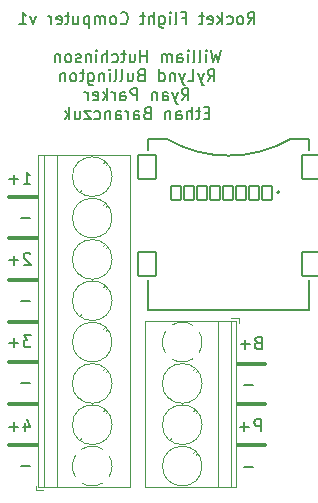
<source format=gbo>
G04 #@! TF.GenerationSoftware,KiCad,Pcbnew,7.0.8*
G04 #@! TF.CreationDate,2023-11-27T14:39:53-06:00*
G04 #@! TF.ProjectId,Flight_Board,466c6967-6874-45f4-926f-6172642e6b69,rev?*
G04 #@! TF.SameCoordinates,Original*
G04 #@! TF.FileFunction,Legend,Bot*
G04 #@! TF.FilePolarity,Positive*
%FSLAX46Y46*%
G04 Gerber Fmt 4.6, Leading zero omitted, Abs format (unit mm)*
G04 Created by KiCad (PCBNEW 7.0.8) date 2023-11-27 14:39:53*
%MOMM*%
%LPD*%
G01*
G04 APERTURE LIST*
G04 Aperture macros list*
%AMRoundRect*
0 Rectangle with rounded corners*
0 $1 Rounding radius*
0 $2 $3 $4 $5 $6 $7 $8 $9 X,Y pos of 4 corners*
0 Add a 4 corners polygon primitive as box body*
4,1,4,$2,$3,$4,$5,$6,$7,$8,$9,$2,$3,0*
0 Add four circle primitives for the rounded corners*
1,1,$1+$1,$2,$3*
1,1,$1+$1,$4,$5*
1,1,$1+$1,$6,$7*
1,1,$1+$1,$8,$9*
0 Add four rect primitives between the rounded corners*
20,1,$1+$1,$2,$3,$4,$5,0*
20,1,$1+$1,$4,$5,$6,$7,0*
20,1,$1+$1,$6,$7,$8,$9,0*
20,1,$1+$1,$8,$9,$2,$3,0*%
G04 Aperture macros list end*
%ADD10C,0.300000*%
%ADD11C,0.150000*%
%ADD12C,0.120000*%
%ADD13C,0.200000*%
%ADD14C,3.200000*%
%ADD15R,1.700000X1.700000*%
%ADD16O,1.700000X1.700000*%
%ADD17C,1.200000*%
%ADD18R,2.400000X2.400000*%
%ADD19C,2.400000*%
%ADD20RoundRect,0.102000X-0.400000X-0.600000X0.400000X-0.600000X0.400000X0.600000X-0.400000X0.600000X0*%
%ADD21RoundRect,0.102000X-0.750000X-1.000000X0.750000X-1.000000X0.750000X1.000000X-0.750000X1.000000X0*%
G04 APERTURE END LIST*
D10*
X143922750Y-124206000D02*
X141573250Y-124206000D01*
X143922750Y-131318000D02*
X141573250Y-131318000D01*
X143922750Y-127762000D02*
X141573250Y-127762000D01*
X143922750Y-134747000D02*
X141573250Y-134747000D01*
X163258500Y-134874000D02*
X160909000Y-134874000D01*
X143922750Y-120777000D02*
X141573250Y-120777000D01*
X143922750Y-141732000D02*
X141573250Y-141732000D01*
X163258500Y-141732000D02*
X160909000Y-141732000D01*
X163258500Y-138290000D02*
X160909000Y-138290000D01*
X143922750Y-138303000D02*
X141573250Y-138303000D01*
D11*
X142871649Y-139919152D02*
X142871649Y-140585819D01*
X143109744Y-139538200D02*
X143347839Y-140252485D01*
X143347839Y-140252485D02*
X142728792Y-140252485D01*
X142347839Y-140204866D02*
X141585935Y-140204866D01*
X141966887Y-140585819D02*
X141966887Y-139823914D01*
X161757144Y-106119819D02*
X162090477Y-105643628D01*
X162328572Y-106119819D02*
X162328572Y-105119819D01*
X162328572Y-105119819D02*
X161947620Y-105119819D01*
X161947620Y-105119819D02*
X161852382Y-105167438D01*
X161852382Y-105167438D02*
X161804763Y-105215057D01*
X161804763Y-105215057D02*
X161757144Y-105310295D01*
X161757144Y-105310295D02*
X161757144Y-105453152D01*
X161757144Y-105453152D02*
X161804763Y-105548390D01*
X161804763Y-105548390D02*
X161852382Y-105596009D01*
X161852382Y-105596009D02*
X161947620Y-105643628D01*
X161947620Y-105643628D02*
X162328572Y-105643628D01*
X161185715Y-106119819D02*
X161280953Y-106072200D01*
X161280953Y-106072200D02*
X161328572Y-106024580D01*
X161328572Y-106024580D02*
X161376191Y-105929342D01*
X161376191Y-105929342D02*
X161376191Y-105643628D01*
X161376191Y-105643628D02*
X161328572Y-105548390D01*
X161328572Y-105548390D02*
X161280953Y-105500771D01*
X161280953Y-105500771D02*
X161185715Y-105453152D01*
X161185715Y-105453152D02*
X161042858Y-105453152D01*
X161042858Y-105453152D02*
X160947620Y-105500771D01*
X160947620Y-105500771D02*
X160900001Y-105548390D01*
X160900001Y-105548390D02*
X160852382Y-105643628D01*
X160852382Y-105643628D02*
X160852382Y-105929342D01*
X160852382Y-105929342D02*
X160900001Y-106024580D01*
X160900001Y-106024580D02*
X160947620Y-106072200D01*
X160947620Y-106072200D02*
X161042858Y-106119819D01*
X161042858Y-106119819D02*
X161185715Y-106119819D01*
X159995239Y-106072200D02*
X160090477Y-106119819D01*
X160090477Y-106119819D02*
X160280953Y-106119819D01*
X160280953Y-106119819D02*
X160376191Y-106072200D01*
X160376191Y-106072200D02*
X160423810Y-106024580D01*
X160423810Y-106024580D02*
X160471429Y-105929342D01*
X160471429Y-105929342D02*
X160471429Y-105643628D01*
X160471429Y-105643628D02*
X160423810Y-105548390D01*
X160423810Y-105548390D02*
X160376191Y-105500771D01*
X160376191Y-105500771D02*
X160280953Y-105453152D01*
X160280953Y-105453152D02*
X160090477Y-105453152D01*
X160090477Y-105453152D02*
X159995239Y-105500771D01*
X159566667Y-106119819D02*
X159566667Y-105119819D01*
X159471429Y-105738866D02*
X159185715Y-106119819D01*
X159185715Y-105453152D02*
X159566667Y-105834104D01*
X158376191Y-106072200D02*
X158471429Y-106119819D01*
X158471429Y-106119819D02*
X158661905Y-106119819D01*
X158661905Y-106119819D02*
X158757143Y-106072200D01*
X158757143Y-106072200D02*
X158804762Y-105976961D01*
X158804762Y-105976961D02*
X158804762Y-105596009D01*
X158804762Y-105596009D02*
X158757143Y-105500771D01*
X158757143Y-105500771D02*
X158661905Y-105453152D01*
X158661905Y-105453152D02*
X158471429Y-105453152D01*
X158471429Y-105453152D02*
X158376191Y-105500771D01*
X158376191Y-105500771D02*
X158328572Y-105596009D01*
X158328572Y-105596009D02*
X158328572Y-105691247D01*
X158328572Y-105691247D02*
X158804762Y-105786485D01*
X158042857Y-105453152D02*
X157661905Y-105453152D01*
X157900000Y-105119819D02*
X157900000Y-105976961D01*
X157900000Y-105976961D02*
X157852381Y-106072200D01*
X157852381Y-106072200D02*
X157757143Y-106119819D01*
X157757143Y-106119819D02*
X157661905Y-106119819D01*
X156233333Y-105596009D02*
X156566666Y-105596009D01*
X156566666Y-106119819D02*
X156566666Y-105119819D01*
X156566666Y-105119819D02*
X156090476Y-105119819D01*
X155566666Y-106119819D02*
X155661904Y-106072200D01*
X155661904Y-106072200D02*
X155709523Y-105976961D01*
X155709523Y-105976961D02*
X155709523Y-105119819D01*
X155185713Y-106119819D02*
X155185713Y-105453152D01*
X155185713Y-105119819D02*
X155233332Y-105167438D01*
X155233332Y-105167438D02*
X155185713Y-105215057D01*
X155185713Y-105215057D02*
X155138094Y-105167438D01*
X155138094Y-105167438D02*
X155185713Y-105119819D01*
X155185713Y-105119819D02*
X155185713Y-105215057D01*
X154280952Y-105453152D02*
X154280952Y-106262676D01*
X154280952Y-106262676D02*
X154328571Y-106357914D01*
X154328571Y-106357914D02*
X154376190Y-106405533D01*
X154376190Y-106405533D02*
X154471428Y-106453152D01*
X154471428Y-106453152D02*
X154614285Y-106453152D01*
X154614285Y-106453152D02*
X154709523Y-106405533D01*
X154280952Y-106072200D02*
X154376190Y-106119819D01*
X154376190Y-106119819D02*
X154566666Y-106119819D01*
X154566666Y-106119819D02*
X154661904Y-106072200D01*
X154661904Y-106072200D02*
X154709523Y-106024580D01*
X154709523Y-106024580D02*
X154757142Y-105929342D01*
X154757142Y-105929342D02*
X154757142Y-105643628D01*
X154757142Y-105643628D02*
X154709523Y-105548390D01*
X154709523Y-105548390D02*
X154661904Y-105500771D01*
X154661904Y-105500771D02*
X154566666Y-105453152D01*
X154566666Y-105453152D02*
X154376190Y-105453152D01*
X154376190Y-105453152D02*
X154280952Y-105500771D01*
X153804761Y-106119819D02*
X153804761Y-105119819D01*
X153376190Y-106119819D02*
X153376190Y-105596009D01*
X153376190Y-105596009D02*
X153423809Y-105500771D01*
X153423809Y-105500771D02*
X153519047Y-105453152D01*
X153519047Y-105453152D02*
X153661904Y-105453152D01*
X153661904Y-105453152D02*
X153757142Y-105500771D01*
X153757142Y-105500771D02*
X153804761Y-105548390D01*
X153042856Y-105453152D02*
X152661904Y-105453152D01*
X152899999Y-105119819D02*
X152899999Y-105976961D01*
X152899999Y-105976961D02*
X152852380Y-106072200D01*
X152852380Y-106072200D02*
X152757142Y-106119819D01*
X152757142Y-106119819D02*
X152661904Y-106119819D01*
X150995237Y-106024580D02*
X151042856Y-106072200D01*
X151042856Y-106072200D02*
X151185713Y-106119819D01*
X151185713Y-106119819D02*
X151280951Y-106119819D01*
X151280951Y-106119819D02*
X151423808Y-106072200D01*
X151423808Y-106072200D02*
X151519046Y-105976961D01*
X151519046Y-105976961D02*
X151566665Y-105881723D01*
X151566665Y-105881723D02*
X151614284Y-105691247D01*
X151614284Y-105691247D02*
X151614284Y-105548390D01*
X151614284Y-105548390D02*
X151566665Y-105357914D01*
X151566665Y-105357914D02*
X151519046Y-105262676D01*
X151519046Y-105262676D02*
X151423808Y-105167438D01*
X151423808Y-105167438D02*
X151280951Y-105119819D01*
X151280951Y-105119819D02*
X151185713Y-105119819D01*
X151185713Y-105119819D02*
X151042856Y-105167438D01*
X151042856Y-105167438D02*
X150995237Y-105215057D01*
X150423808Y-106119819D02*
X150519046Y-106072200D01*
X150519046Y-106072200D02*
X150566665Y-106024580D01*
X150566665Y-106024580D02*
X150614284Y-105929342D01*
X150614284Y-105929342D02*
X150614284Y-105643628D01*
X150614284Y-105643628D02*
X150566665Y-105548390D01*
X150566665Y-105548390D02*
X150519046Y-105500771D01*
X150519046Y-105500771D02*
X150423808Y-105453152D01*
X150423808Y-105453152D02*
X150280951Y-105453152D01*
X150280951Y-105453152D02*
X150185713Y-105500771D01*
X150185713Y-105500771D02*
X150138094Y-105548390D01*
X150138094Y-105548390D02*
X150090475Y-105643628D01*
X150090475Y-105643628D02*
X150090475Y-105929342D01*
X150090475Y-105929342D02*
X150138094Y-106024580D01*
X150138094Y-106024580D02*
X150185713Y-106072200D01*
X150185713Y-106072200D02*
X150280951Y-106119819D01*
X150280951Y-106119819D02*
X150423808Y-106119819D01*
X149661903Y-106119819D02*
X149661903Y-105453152D01*
X149661903Y-105548390D02*
X149614284Y-105500771D01*
X149614284Y-105500771D02*
X149519046Y-105453152D01*
X149519046Y-105453152D02*
X149376189Y-105453152D01*
X149376189Y-105453152D02*
X149280951Y-105500771D01*
X149280951Y-105500771D02*
X149233332Y-105596009D01*
X149233332Y-105596009D02*
X149233332Y-106119819D01*
X149233332Y-105596009D02*
X149185713Y-105500771D01*
X149185713Y-105500771D02*
X149090475Y-105453152D01*
X149090475Y-105453152D02*
X148947618Y-105453152D01*
X148947618Y-105453152D02*
X148852379Y-105500771D01*
X148852379Y-105500771D02*
X148804760Y-105596009D01*
X148804760Y-105596009D02*
X148804760Y-106119819D01*
X148328570Y-105453152D02*
X148328570Y-106453152D01*
X148328570Y-105500771D02*
X148233332Y-105453152D01*
X148233332Y-105453152D02*
X148042856Y-105453152D01*
X148042856Y-105453152D02*
X147947618Y-105500771D01*
X147947618Y-105500771D02*
X147899999Y-105548390D01*
X147899999Y-105548390D02*
X147852380Y-105643628D01*
X147852380Y-105643628D02*
X147852380Y-105929342D01*
X147852380Y-105929342D02*
X147899999Y-106024580D01*
X147899999Y-106024580D02*
X147947618Y-106072200D01*
X147947618Y-106072200D02*
X148042856Y-106119819D01*
X148042856Y-106119819D02*
X148233332Y-106119819D01*
X148233332Y-106119819D02*
X148328570Y-106072200D01*
X146995237Y-105453152D02*
X146995237Y-106119819D01*
X147423808Y-105453152D02*
X147423808Y-105976961D01*
X147423808Y-105976961D02*
X147376189Y-106072200D01*
X147376189Y-106072200D02*
X147280951Y-106119819D01*
X147280951Y-106119819D02*
X147138094Y-106119819D01*
X147138094Y-106119819D02*
X147042856Y-106072200D01*
X147042856Y-106072200D02*
X146995237Y-106024580D01*
X146661903Y-105453152D02*
X146280951Y-105453152D01*
X146519046Y-105119819D02*
X146519046Y-105976961D01*
X146519046Y-105976961D02*
X146471427Y-106072200D01*
X146471427Y-106072200D02*
X146376189Y-106119819D01*
X146376189Y-106119819D02*
X146280951Y-106119819D01*
X145566665Y-106072200D02*
X145661903Y-106119819D01*
X145661903Y-106119819D02*
X145852379Y-106119819D01*
X145852379Y-106119819D02*
X145947617Y-106072200D01*
X145947617Y-106072200D02*
X145995236Y-105976961D01*
X145995236Y-105976961D02*
X145995236Y-105596009D01*
X145995236Y-105596009D02*
X145947617Y-105500771D01*
X145947617Y-105500771D02*
X145852379Y-105453152D01*
X145852379Y-105453152D02*
X145661903Y-105453152D01*
X145661903Y-105453152D02*
X145566665Y-105500771D01*
X145566665Y-105500771D02*
X145519046Y-105596009D01*
X145519046Y-105596009D02*
X145519046Y-105691247D01*
X145519046Y-105691247D02*
X145995236Y-105786485D01*
X145090474Y-106119819D02*
X145090474Y-105453152D01*
X145090474Y-105643628D02*
X145042855Y-105548390D01*
X145042855Y-105548390D02*
X144995236Y-105500771D01*
X144995236Y-105500771D02*
X144899998Y-105453152D01*
X144899998Y-105453152D02*
X144804760Y-105453152D01*
X143804759Y-105453152D02*
X143566664Y-106119819D01*
X143566664Y-106119819D02*
X143328569Y-105453152D01*
X142423807Y-106119819D02*
X142995235Y-106119819D01*
X142709521Y-106119819D02*
X142709521Y-105119819D01*
X142709521Y-105119819D02*
X142804759Y-105262676D01*
X142804759Y-105262676D02*
X142899997Y-105357914D01*
X142899997Y-105357914D02*
X142995235Y-105405533D01*
X159471428Y-108339819D02*
X159233333Y-109339819D01*
X159233333Y-109339819D02*
X159042857Y-108625533D01*
X159042857Y-108625533D02*
X158852381Y-109339819D01*
X158852381Y-109339819D02*
X158614286Y-108339819D01*
X158233333Y-109339819D02*
X158233333Y-108673152D01*
X158233333Y-108339819D02*
X158280952Y-108387438D01*
X158280952Y-108387438D02*
X158233333Y-108435057D01*
X158233333Y-108435057D02*
X158185714Y-108387438D01*
X158185714Y-108387438D02*
X158233333Y-108339819D01*
X158233333Y-108339819D02*
X158233333Y-108435057D01*
X157614286Y-109339819D02*
X157709524Y-109292200D01*
X157709524Y-109292200D02*
X157757143Y-109196961D01*
X157757143Y-109196961D02*
X157757143Y-108339819D01*
X157090476Y-109339819D02*
X157185714Y-109292200D01*
X157185714Y-109292200D02*
X157233333Y-109196961D01*
X157233333Y-109196961D02*
X157233333Y-108339819D01*
X156709523Y-109339819D02*
X156709523Y-108673152D01*
X156709523Y-108339819D02*
X156757142Y-108387438D01*
X156757142Y-108387438D02*
X156709523Y-108435057D01*
X156709523Y-108435057D02*
X156661904Y-108387438D01*
X156661904Y-108387438D02*
X156709523Y-108339819D01*
X156709523Y-108339819D02*
X156709523Y-108435057D01*
X155804762Y-109339819D02*
X155804762Y-108816009D01*
X155804762Y-108816009D02*
X155852381Y-108720771D01*
X155852381Y-108720771D02*
X155947619Y-108673152D01*
X155947619Y-108673152D02*
X156138095Y-108673152D01*
X156138095Y-108673152D02*
X156233333Y-108720771D01*
X155804762Y-109292200D02*
X155900000Y-109339819D01*
X155900000Y-109339819D02*
X156138095Y-109339819D01*
X156138095Y-109339819D02*
X156233333Y-109292200D01*
X156233333Y-109292200D02*
X156280952Y-109196961D01*
X156280952Y-109196961D02*
X156280952Y-109101723D01*
X156280952Y-109101723D02*
X156233333Y-109006485D01*
X156233333Y-109006485D02*
X156138095Y-108958866D01*
X156138095Y-108958866D02*
X155900000Y-108958866D01*
X155900000Y-108958866D02*
X155804762Y-108911247D01*
X155328571Y-109339819D02*
X155328571Y-108673152D01*
X155328571Y-108768390D02*
X155280952Y-108720771D01*
X155280952Y-108720771D02*
X155185714Y-108673152D01*
X155185714Y-108673152D02*
X155042857Y-108673152D01*
X155042857Y-108673152D02*
X154947619Y-108720771D01*
X154947619Y-108720771D02*
X154900000Y-108816009D01*
X154900000Y-108816009D02*
X154900000Y-109339819D01*
X154900000Y-108816009D02*
X154852381Y-108720771D01*
X154852381Y-108720771D02*
X154757143Y-108673152D01*
X154757143Y-108673152D02*
X154614286Y-108673152D01*
X154614286Y-108673152D02*
X154519047Y-108720771D01*
X154519047Y-108720771D02*
X154471428Y-108816009D01*
X154471428Y-108816009D02*
X154471428Y-109339819D01*
X153233333Y-109339819D02*
X153233333Y-108339819D01*
X153233333Y-108816009D02*
X152661905Y-108816009D01*
X152661905Y-109339819D02*
X152661905Y-108339819D01*
X151757143Y-108673152D02*
X151757143Y-109339819D01*
X152185714Y-108673152D02*
X152185714Y-109196961D01*
X152185714Y-109196961D02*
X152138095Y-109292200D01*
X152138095Y-109292200D02*
X152042857Y-109339819D01*
X152042857Y-109339819D02*
X151900000Y-109339819D01*
X151900000Y-109339819D02*
X151804762Y-109292200D01*
X151804762Y-109292200D02*
X151757143Y-109244580D01*
X151423809Y-108673152D02*
X151042857Y-108673152D01*
X151280952Y-108339819D02*
X151280952Y-109196961D01*
X151280952Y-109196961D02*
X151233333Y-109292200D01*
X151233333Y-109292200D02*
X151138095Y-109339819D01*
X151138095Y-109339819D02*
X151042857Y-109339819D01*
X150280952Y-109292200D02*
X150376190Y-109339819D01*
X150376190Y-109339819D02*
X150566666Y-109339819D01*
X150566666Y-109339819D02*
X150661904Y-109292200D01*
X150661904Y-109292200D02*
X150709523Y-109244580D01*
X150709523Y-109244580D02*
X150757142Y-109149342D01*
X150757142Y-109149342D02*
X150757142Y-108863628D01*
X150757142Y-108863628D02*
X150709523Y-108768390D01*
X150709523Y-108768390D02*
X150661904Y-108720771D01*
X150661904Y-108720771D02*
X150566666Y-108673152D01*
X150566666Y-108673152D02*
X150376190Y-108673152D01*
X150376190Y-108673152D02*
X150280952Y-108720771D01*
X149852380Y-109339819D02*
X149852380Y-108339819D01*
X149423809Y-109339819D02*
X149423809Y-108816009D01*
X149423809Y-108816009D02*
X149471428Y-108720771D01*
X149471428Y-108720771D02*
X149566666Y-108673152D01*
X149566666Y-108673152D02*
X149709523Y-108673152D01*
X149709523Y-108673152D02*
X149804761Y-108720771D01*
X149804761Y-108720771D02*
X149852380Y-108768390D01*
X148947618Y-109339819D02*
X148947618Y-108673152D01*
X148947618Y-108339819D02*
X148995237Y-108387438D01*
X148995237Y-108387438D02*
X148947618Y-108435057D01*
X148947618Y-108435057D02*
X148899999Y-108387438D01*
X148899999Y-108387438D02*
X148947618Y-108339819D01*
X148947618Y-108339819D02*
X148947618Y-108435057D01*
X148471428Y-108673152D02*
X148471428Y-109339819D01*
X148471428Y-108768390D02*
X148423809Y-108720771D01*
X148423809Y-108720771D02*
X148328571Y-108673152D01*
X148328571Y-108673152D02*
X148185714Y-108673152D01*
X148185714Y-108673152D02*
X148090476Y-108720771D01*
X148090476Y-108720771D02*
X148042857Y-108816009D01*
X148042857Y-108816009D02*
X148042857Y-109339819D01*
X147614285Y-109292200D02*
X147519047Y-109339819D01*
X147519047Y-109339819D02*
X147328571Y-109339819D01*
X147328571Y-109339819D02*
X147233333Y-109292200D01*
X147233333Y-109292200D02*
X147185714Y-109196961D01*
X147185714Y-109196961D02*
X147185714Y-109149342D01*
X147185714Y-109149342D02*
X147233333Y-109054104D01*
X147233333Y-109054104D02*
X147328571Y-109006485D01*
X147328571Y-109006485D02*
X147471428Y-109006485D01*
X147471428Y-109006485D02*
X147566666Y-108958866D01*
X147566666Y-108958866D02*
X147614285Y-108863628D01*
X147614285Y-108863628D02*
X147614285Y-108816009D01*
X147614285Y-108816009D02*
X147566666Y-108720771D01*
X147566666Y-108720771D02*
X147471428Y-108673152D01*
X147471428Y-108673152D02*
X147328571Y-108673152D01*
X147328571Y-108673152D02*
X147233333Y-108720771D01*
X146614285Y-109339819D02*
X146709523Y-109292200D01*
X146709523Y-109292200D02*
X146757142Y-109244580D01*
X146757142Y-109244580D02*
X146804761Y-109149342D01*
X146804761Y-109149342D02*
X146804761Y-108863628D01*
X146804761Y-108863628D02*
X146757142Y-108768390D01*
X146757142Y-108768390D02*
X146709523Y-108720771D01*
X146709523Y-108720771D02*
X146614285Y-108673152D01*
X146614285Y-108673152D02*
X146471428Y-108673152D01*
X146471428Y-108673152D02*
X146376190Y-108720771D01*
X146376190Y-108720771D02*
X146328571Y-108768390D01*
X146328571Y-108768390D02*
X146280952Y-108863628D01*
X146280952Y-108863628D02*
X146280952Y-109149342D01*
X146280952Y-109149342D02*
X146328571Y-109244580D01*
X146328571Y-109244580D02*
X146376190Y-109292200D01*
X146376190Y-109292200D02*
X146471428Y-109339819D01*
X146471428Y-109339819D02*
X146614285Y-109339819D01*
X145852380Y-108673152D02*
X145852380Y-109339819D01*
X145852380Y-108768390D02*
X145804761Y-108720771D01*
X145804761Y-108720771D02*
X145709523Y-108673152D01*
X145709523Y-108673152D02*
X145566666Y-108673152D01*
X145566666Y-108673152D02*
X145471428Y-108720771D01*
X145471428Y-108720771D02*
X145423809Y-108816009D01*
X145423809Y-108816009D02*
X145423809Y-109339819D01*
X158352382Y-110949819D02*
X158685715Y-110473628D01*
X158923810Y-110949819D02*
X158923810Y-109949819D01*
X158923810Y-109949819D02*
X158542858Y-109949819D01*
X158542858Y-109949819D02*
X158447620Y-109997438D01*
X158447620Y-109997438D02*
X158400001Y-110045057D01*
X158400001Y-110045057D02*
X158352382Y-110140295D01*
X158352382Y-110140295D02*
X158352382Y-110283152D01*
X158352382Y-110283152D02*
X158400001Y-110378390D01*
X158400001Y-110378390D02*
X158447620Y-110426009D01*
X158447620Y-110426009D02*
X158542858Y-110473628D01*
X158542858Y-110473628D02*
X158923810Y-110473628D01*
X158019048Y-110283152D02*
X157780953Y-110949819D01*
X157542858Y-110283152D02*
X157780953Y-110949819D01*
X157780953Y-110949819D02*
X157876191Y-111187914D01*
X157876191Y-111187914D02*
X157923810Y-111235533D01*
X157923810Y-111235533D02*
X158019048Y-111283152D01*
X156685715Y-110949819D02*
X157161905Y-110949819D01*
X157161905Y-110949819D02*
X157161905Y-109949819D01*
X156447619Y-110283152D02*
X156209524Y-110949819D01*
X155971429Y-110283152D02*
X156209524Y-110949819D01*
X156209524Y-110949819D02*
X156304762Y-111187914D01*
X156304762Y-111187914D02*
X156352381Y-111235533D01*
X156352381Y-111235533D02*
X156447619Y-111283152D01*
X155590476Y-110283152D02*
X155590476Y-110949819D01*
X155590476Y-110378390D02*
X155542857Y-110330771D01*
X155542857Y-110330771D02*
X155447619Y-110283152D01*
X155447619Y-110283152D02*
X155304762Y-110283152D01*
X155304762Y-110283152D02*
X155209524Y-110330771D01*
X155209524Y-110330771D02*
X155161905Y-110426009D01*
X155161905Y-110426009D02*
X155161905Y-110949819D01*
X154257143Y-110949819D02*
X154257143Y-109949819D01*
X154257143Y-110902200D02*
X154352381Y-110949819D01*
X154352381Y-110949819D02*
X154542857Y-110949819D01*
X154542857Y-110949819D02*
X154638095Y-110902200D01*
X154638095Y-110902200D02*
X154685714Y-110854580D01*
X154685714Y-110854580D02*
X154733333Y-110759342D01*
X154733333Y-110759342D02*
X154733333Y-110473628D01*
X154733333Y-110473628D02*
X154685714Y-110378390D01*
X154685714Y-110378390D02*
X154638095Y-110330771D01*
X154638095Y-110330771D02*
X154542857Y-110283152D01*
X154542857Y-110283152D02*
X154352381Y-110283152D01*
X154352381Y-110283152D02*
X154257143Y-110330771D01*
X152685714Y-110426009D02*
X152542857Y-110473628D01*
X152542857Y-110473628D02*
X152495238Y-110521247D01*
X152495238Y-110521247D02*
X152447619Y-110616485D01*
X152447619Y-110616485D02*
X152447619Y-110759342D01*
X152447619Y-110759342D02*
X152495238Y-110854580D01*
X152495238Y-110854580D02*
X152542857Y-110902200D01*
X152542857Y-110902200D02*
X152638095Y-110949819D01*
X152638095Y-110949819D02*
X153019047Y-110949819D01*
X153019047Y-110949819D02*
X153019047Y-109949819D01*
X153019047Y-109949819D02*
X152685714Y-109949819D01*
X152685714Y-109949819D02*
X152590476Y-109997438D01*
X152590476Y-109997438D02*
X152542857Y-110045057D01*
X152542857Y-110045057D02*
X152495238Y-110140295D01*
X152495238Y-110140295D02*
X152495238Y-110235533D01*
X152495238Y-110235533D02*
X152542857Y-110330771D01*
X152542857Y-110330771D02*
X152590476Y-110378390D01*
X152590476Y-110378390D02*
X152685714Y-110426009D01*
X152685714Y-110426009D02*
X153019047Y-110426009D01*
X151590476Y-110283152D02*
X151590476Y-110949819D01*
X152019047Y-110283152D02*
X152019047Y-110806961D01*
X152019047Y-110806961D02*
X151971428Y-110902200D01*
X151971428Y-110902200D02*
X151876190Y-110949819D01*
X151876190Y-110949819D02*
X151733333Y-110949819D01*
X151733333Y-110949819D02*
X151638095Y-110902200D01*
X151638095Y-110902200D02*
X151590476Y-110854580D01*
X150971428Y-110949819D02*
X151066666Y-110902200D01*
X151066666Y-110902200D02*
X151114285Y-110806961D01*
X151114285Y-110806961D02*
X151114285Y-109949819D01*
X150447618Y-110949819D02*
X150542856Y-110902200D01*
X150542856Y-110902200D02*
X150590475Y-110806961D01*
X150590475Y-110806961D02*
X150590475Y-109949819D01*
X150066665Y-110949819D02*
X150066665Y-110283152D01*
X150066665Y-109949819D02*
X150114284Y-109997438D01*
X150114284Y-109997438D02*
X150066665Y-110045057D01*
X150066665Y-110045057D02*
X150019046Y-109997438D01*
X150019046Y-109997438D02*
X150066665Y-109949819D01*
X150066665Y-109949819D02*
X150066665Y-110045057D01*
X149590475Y-110283152D02*
X149590475Y-110949819D01*
X149590475Y-110378390D02*
X149542856Y-110330771D01*
X149542856Y-110330771D02*
X149447618Y-110283152D01*
X149447618Y-110283152D02*
X149304761Y-110283152D01*
X149304761Y-110283152D02*
X149209523Y-110330771D01*
X149209523Y-110330771D02*
X149161904Y-110426009D01*
X149161904Y-110426009D02*
X149161904Y-110949819D01*
X148257142Y-110283152D02*
X148257142Y-111092676D01*
X148257142Y-111092676D02*
X148304761Y-111187914D01*
X148304761Y-111187914D02*
X148352380Y-111235533D01*
X148352380Y-111235533D02*
X148447618Y-111283152D01*
X148447618Y-111283152D02*
X148590475Y-111283152D01*
X148590475Y-111283152D02*
X148685713Y-111235533D01*
X148257142Y-110902200D02*
X148352380Y-110949819D01*
X148352380Y-110949819D02*
X148542856Y-110949819D01*
X148542856Y-110949819D02*
X148638094Y-110902200D01*
X148638094Y-110902200D02*
X148685713Y-110854580D01*
X148685713Y-110854580D02*
X148733332Y-110759342D01*
X148733332Y-110759342D02*
X148733332Y-110473628D01*
X148733332Y-110473628D02*
X148685713Y-110378390D01*
X148685713Y-110378390D02*
X148638094Y-110330771D01*
X148638094Y-110330771D02*
X148542856Y-110283152D01*
X148542856Y-110283152D02*
X148352380Y-110283152D01*
X148352380Y-110283152D02*
X148257142Y-110330771D01*
X147923808Y-110283152D02*
X147542856Y-110283152D01*
X147780951Y-109949819D02*
X147780951Y-110806961D01*
X147780951Y-110806961D02*
X147733332Y-110902200D01*
X147733332Y-110902200D02*
X147638094Y-110949819D01*
X147638094Y-110949819D02*
X147542856Y-110949819D01*
X147066665Y-110949819D02*
X147161903Y-110902200D01*
X147161903Y-110902200D02*
X147209522Y-110854580D01*
X147209522Y-110854580D02*
X147257141Y-110759342D01*
X147257141Y-110759342D02*
X147257141Y-110473628D01*
X147257141Y-110473628D02*
X147209522Y-110378390D01*
X147209522Y-110378390D02*
X147161903Y-110330771D01*
X147161903Y-110330771D02*
X147066665Y-110283152D01*
X147066665Y-110283152D02*
X146923808Y-110283152D01*
X146923808Y-110283152D02*
X146828570Y-110330771D01*
X146828570Y-110330771D02*
X146780951Y-110378390D01*
X146780951Y-110378390D02*
X146733332Y-110473628D01*
X146733332Y-110473628D02*
X146733332Y-110759342D01*
X146733332Y-110759342D02*
X146780951Y-110854580D01*
X146780951Y-110854580D02*
X146828570Y-110902200D01*
X146828570Y-110902200D02*
X146923808Y-110949819D01*
X146923808Y-110949819D02*
X147066665Y-110949819D01*
X146304760Y-110283152D02*
X146304760Y-110949819D01*
X146304760Y-110378390D02*
X146257141Y-110330771D01*
X146257141Y-110330771D02*
X146161903Y-110283152D01*
X146161903Y-110283152D02*
X146019046Y-110283152D01*
X146019046Y-110283152D02*
X145923808Y-110330771D01*
X145923808Y-110330771D02*
X145876189Y-110426009D01*
X145876189Y-110426009D02*
X145876189Y-110949819D01*
X156161905Y-112559819D02*
X156495238Y-112083628D01*
X156733333Y-112559819D02*
X156733333Y-111559819D01*
X156733333Y-111559819D02*
X156352381Y-111559819D01*
X156352381Y-111559819D02*
X156257143Y-111607438D01*
X156257143Y-111607438D02*
X156209524Y-111655057D01*
X156209524Y-111655057D02*
X156161905Y-111750295D01*
X156161905Y-111750295D02*
X156161905Y-111893152D01*
X156161905Y-111893152D02*
X156209524Y-111988390D01*
X156209524Y-111988390D02*
X156257143Y-112036009D01*
X156257143Y-112036009D02*
X156352381Y-112083628D01*
X156352381Y-112083628D02*
X156733333Y-112083628D01*
X155828571Y-111893152D02*
X155590476Y-112559819D01*
X155352381Y-111893152D02*
X155590476Y-112559819D01*
X155590476Y-112559819D02*
X155685714Y-112797914D01*
X155685714Y-112797914D02*
X155733333Y-112845533D01*
X155733333Y-112845533D02*
X155828571Y-112893152D01*
X154542857Y-112559819D02*
X154542857Y-112036009D01*
X154542857Y-112036009D02*
X154590476Y-111940771D01*
X154590476Y-111940771D02*
X154685714Y-111893152D01*
X154685714Y-111893152D02*
X154876190Y-111893152D01*
X154876190Y-111893152D02*
X154971428Y-111940771D01*
X154542857Y-112512200D02*
X154638095Y-112559819D01*
X154638095Y-112559819D02*
X154876190Y-112559819D01*
X154876190Y-112559819D02*
X154971428Y-112512200D01*
X154971428Y-112512200D02*
X155019047Y-112416961D01*
X155019047Y-112416961D02*
X155019047Y-112321723D01*
X155019047Y-112321723D02*
X154971428Y-112226485D01*
X154971428Y-112226485D02*
X154876190Y-112178866D01*
X154876190Y-112178866D02*
X154638095Y-112178866D01*
X154638095Y-112178866D02*
X154542857Y-112131247D01*
X154066666Y-111893152D02*
X154066666Y-112559819D01*
X154066666Y-111988390D02*
X154019047Y-111940771D01*
X154019047Y-111940771D02*
X153923809Y-111893152D01*
X153923809Y-111893152D02*
X153780952Y-111893152D01*
X153780952Y-111893152D02*
X153685714Y-111940771D01*
X153685714Y-111940771D02*
X153638095Y-112036009D01*
X153638095Y-112036009D02*
X153638095Y-112559819D01*
X152399999Y-112559819D02*
X152399999Y-111559819D01*
X152399999Y-111559819D02*
X152019047Y-111559819D01*
X152019047Y-111559819D02*
X151923809Y-111607438D01*
X151923809Y-111607438D02*
X151876190Y-111655057D01*
X151876190Y-111655057D02*
X151828571Y-111750295D01*
X151828571Y-111750295D02*
X151828571Y-111893152D01*
X151828571Y-111893152D02*
X151876190Y-111988390D01*
X151876190Y-111988390D02*
X151923809Y-112036009D01*
X151923809Y-112036009D02*
X152019047Y-112083628D01*
X152019047Y-112083628D02*
X152399999Y-112083628D01*
X150971428Y-112559819D02*
X150971428Y-112036009D01*
X150971428Y-112036009D02*
X151019047Y-111940771D01*
X151019047Y-111940771D02*
X151114285Y-111893152D01*
X151114285Y-111893152D02*
X151304761Y-111893152D01*
X151304761Y-111893152D02*
X151399999Y-111940771D01*
X150971428Y-112512200D02*
X151066666Y-112559819D01*
X151066666Y-112559819D02*
X151304761Y-112559819D01*
X151304761Y-112559819D02*
X151399999Y-112512200D01*
X151399999Y-112512200D02*
X151447618Y-112416961D01*
X151447618Y-112416961D02*
X151447618Y-112321723D01*
X151447618Y-112321723D02*
X151399999Y-112226485D01*
X151399999Y-112226485D02*
X151304761Y-112178866D01*
X151304761Y-112178866D02*
X151066666Y-112178866D01*
X151066666Y-112178866D02*
X150971428Y-112131247D01*
X150495237Y-112559819D02*
X150495237Y-111893152D01*
X150495237Y-112083628D02*
X150447618Y-111988390D01*
X150447618Y-111988390D02*
X150399999Y-111940771D01*
X150399999Y-111940771D02*
X150304761Y-111893152D01*
X150304761Y-111893152D02*
X150209523Y-111893152D01*
X149876189Y-112559819D02*
X149876189Y-111559819D01*
X149780951Y-112178866D02*
X149495237Y-112559819D01*
X149495237Y-111893152D02*
X149876189Y-112274104D01*
X148685713Y-112512200D02*
X148780951Y-112559819D01*
X148780951Y-112559819D02*
X148971427Y-112559819D01*
X148971427Y-112559819D02*
X149066665Y-112512200D01*
X149066665Y-112512200D02*
X149114284Y-112416961D01*
X149114284Y-112416961D02*
X149114284Y-112036009D01*
X149114284Y-112036009D02*
X149066665Y-111940771D01*
X149066665Y-111940771D02*
X148971427Y-111893152D01*
X148971427Y-111893152D02*
X148780951Y-111893152D01*
X148780951Y-111893152D02*
X148685713Y-111940771D01*
X148685713Y-111940771D02*
X148638094Y-112036009D01*
X148638094Y-112036009D02*
X148638094Y-112131247D01*
X148638094Y-112131247D02*
X149114284Y-112226485D01*
X148209522Y-112559819D02*
X148209522Y-111893152D01*
X148209522Y-112083628D02*
X148161903Y-111988390D01*
X148161903Y-111988390D02*
X148114284Y-111940771D01*
X148114284Y-111940771D02*
X148019046Y-111893152D01*
X148019046Y-111893152D02*
X147923808Y-111893152D01*
X158495238Y-113646009D02*
X158161905Y-113646009D01*
X158019048Y-114169819D02*
X158495238Y-114169819D01*
X158495238Y-114169819D02*
X158495238Y-113169819D01*
X158495238Y-113169819D02*
X158019048Y-113169819D01*
X157733333Y-113503152D02*
X157352381Y-113503152D01*
X157590476Y-113169819D02*
X157590476Y-114026961D01*
X157590476Y-114026961D02*
X157542857Y-114122200D01*
X157542857Y-114122200D02*
X157447619Y-114169819D01*
X157447619Y-114169819D02*
X157352381Y-114169819D01*
X157019047Y-114169819D02*
X157019047Y-113169819D01*
X156590476Y-114169819D02*
X156590476Y-113646009D01*
X156590476Y-113646009D02*
X156638095Y-113550771D01*
X156638095Y-113550771D02*
X156733333Y-113503152D01*
X156733333Y-113503152D02*
X156876190Y-113503152D01*
X156876190Y-113503152D02*
X156971428Y-113550771D01*
X156971428Y-113550771D02*
X157019047Y-113598390D01*
X155685714Y-114169819D02*
X155685714Y-113646009D01*
X155685714Y-113646009D02*
X155733333Y-113550771D01*
X155733333Y-113550771D02*
X155828571Y-113503152D01*
X155828571Y-113503152D02*
X156019047Y-113503152D01*
X156019047Y-113503152D02*
X156114285Y-113550771D01*
X155685714Y-114122200D02*
X155780952Y-114169819D01*
X155780952Y-114169819D02*
X156019047Y-114169819D01*
X156019047Y-114169819D02*
X156114285Y-114122200D01*
X156114285Y-114122200D02*
X156161904Y-114026961D01*
X156161904Y-114026961D02*
X156161904Y-113931723D01*
X156161904Y-113931723D02*
X156114285Y-113836485D01*
X156114285Y-113836485D02*
X156019047Y-113788866D01*
X156019047Y-113788866D02*
X155780952Y-113788866D01*
X155780952Y-113788866D02*
X155685714Y-113741247D01*
X155209523Y-113503152D02*
X155209523Y-114169819D01*
X155209523Y-113598390D02*
X155161904Y-113550771D01*
X155161904Y-113550771D02*
X155066666Y-113503152D01*
X155066666Y-113503152D02*
X154923809Y-113503152D01*
X154923809Y-113503152D02*
X154828571Y-113550771D01*
X154828571Y-113550771D02*
X154780952Y-113646009D01*
X154780952Y-113646009D02*
X154780952Y-114169819D01*
X153209523Y-113646009D02*
X153066666Y-113693628D01*
X153066666Y-113693628D02*
X153019047Y-113741247D01*
X153019047Y-113741247D02*
X152971428Y-113836485D01*
X152971428Y-113836485D02*
X152971428Y-113979342D01*
X152971428Y-113979342D02*
X153019047Y-114074580D01*
X153019047Y-114074580D02*
X153066666Y-114122200D01*
X153066666Y-114122200D02*
X153161904Y-114169819D01*
X153161904Y-114169819D02*
X153542856Y-114169819D01*
X153542856Y-114169819D02*
X153542856Y-113169819D01*
X153542856Y-113169819D02*
X153209523Y-113169819D01*
X153209523Y-113169819D02*
X153114285Y-113217438D01*
X153114285Y-113217438D02*
X153066666Y-113265057D01*
X153066666Y-113265057D02*
X153019047Y-113360295D01*
X153019047Y-113360295D02*
X153019047Y-113455533D01*
X153019047Y-113455533D02*
X153066666Y-113550771D01*
X153066666Y-113550771D02*
X153114285Y-113598390D01*
X153114285Y-113598390D02*
X153209523Y-113646009D01*
X153209523Y-113646009D02*
X153542856Y-113646009D01*
X152114285Y-114169819D02*
X152114285Y-113646009D01*
X152114285Y-113646009D02*
X152161904Y-113550771D01*
X152161904Y-113550771D02*
X152257142Y-113503152D01*
X152257142Y-113503152D02*
X152447618Y-113503152D01*
X152447618Y-113503152D02*
X152542856Y-113550771D01*
X152114285Y-114122200D02*
X152209523Y-114169819D01*
X152209523Y-114169819D02*
X152447618Y-114169819D01*
X152447618Y-114169819D02*
X152542856Y-114122200D01*
X152542856Y-114122200D02*
X152590475Y-114026961D01*
X152590475Y-114026961D02*
X152590475Y-113931723D01*
X152590475Y-113931723D02*
X152542856Y-113836485D01*
X152542856Y-113836485D02*
X152447618Y-113788866D01*
X152447618Y-113788866D02*
X152209523Y-113788866D01*
X152209523Y-113788866D02*
X152114285Y-113741247D01*
X151638094Y-114169819D02*
X151638094Y-113503152D01*
X151638094Y-113693628D02*
X151590475Y-113598390D01*
X151590475Y-113598390D02*
X151542856Y-113550771D01*
X151542856Y-113550771D02*
X151447618Y-113503152D01*
X151447618Y-113503152D02*
X151352380Y-113503152D01*
X150590475Y-114169819D02*
X150590475Y-113646009D01*
X150590475Y-113646009D02*
X150638094Y-113550771D01*
X150638094Y-113550771D02*
X150733332Y-113503152D01*
X150733332Y-113503152D02*
X150923808Y-113503152D01*
X150923808Y-113503152D02*
X151019046Y-113550771D01*
X150590475Y-114122200D02*
X150685713Y-114169819D01*
X150685713Y-114169819D02*
X150923808Y-114169819D01*
X150923808Y-114169819D02*
X151019046Y-114122200D01*
X151019046Y-114122200D02*
X151066665Y-114026961D01*
X151066665Y-114026961D02*
X151066665Y-113931723D01*
X151066665Y-113931723D02*
X151019046Y-113836485D01*
X151019046Y-113836485D02*
X150923808Y-113788866D01*
X150923808Y-113788866D02*
X150685713Y-113788866D01*
X150685713Y-113788866D02*
X150590475Y-113741247D01*
X150114284Y-113503152D02*
X150114284Y-114169819D01*
X150114284Y-113598390D02*
X150066665Y-113550771D01*
X150066665Y-113550771D02*
X149971427Y-113503152D01*
X149971427Y-113503152D02*
X149828570Y-113503152D01*
X149828570Y-113503152D02*
X149733332Y-113550771D01*
X149733332Y-113550771D02*
X149685713Y-113646009D01*
X149685713Y-113646009D02*
X149685713Y-114169819D01*
X148780951Y-114122200D02*
X148876189Y-114169819D01*
X148876189Y-114169819D02*
X149066665Y-114169819D01*
X149066665Y-114169819D02*
X149161903Y-114122200D01*
X149161903Y-114122200D02*
X149209522Y-114074580D01*
X149209522Y-114074580D02*
X149257141Y-113979342D01*
X149257141Y-113979342D02*
X149257141Y-113693628D01*
X149257141Y-113693628D02*
X149209522Y-113598390D01*
X149209522Y-113598390D02*
X149161903Y-113550771D01*
X149161903Y-113550771D02*
X149066665Y-113503152D01*
X149066665Y-113503152D02*
X148876189Y-113503152D01*
X148876189Y-113503152D02*
X148780951Y-113550771D01*
X148447617Y-113503152D02*
X147923808Y-113503152D01*
X147923808Y-113503152D02*
X148447617Y-114169819D01*
X148447617Y-114169819D02*
X147923808Y-114169819D01*
X147114284Y-113503152D02*
X147114284Y-114169819D01*
X147542855Y-113503152D02*
X147542855Y-114026961D01*
X147542855Y-114026961D02*
X147495236Y-114122200D01*
X147495236Y-114122200D02*
X147399998Y-114169819D01*
X147399998Y-114169819D02*
X147257141Y-114169819D01*
X147257141Y-114169819D02*
X147161903Y-114122200D01*
X147161903Y-114122200D02*
X147114284Y-114074580D01*
X146638093Y-114169819D02*
X146638093Y-113169819D01*
X146542855Y-113788866D02*
X146257141Y-114169819D01*
X146257141Y-113503152D02*
X146638093Y-113884104D01*
X142776411Y-119630819D02*
X143347839Y-119630819D01*
X143062125Y-119630819D02*
X143062125Y-118630819D01*
X143062125Y-118630819D02*
X143157363Y-118773676D01*
X143157363Y-118773676D02*
X143252601Y-118868914D01*
X143252601Y-118868914D02*
X143347839Y-118916533D01*
X142347839Y-119249866D02*
X141585935Y-119249866D01*
X141966887Y-119630819D02*
X141966887Y-118868914D01*
X143300220Y-122551866D02*
X142538316Y-122551866D01*
X143300220Y-136521866D02*
X142538316Y-136521866D01*
X162223220Y-136648866D02*
X161461316Y-136648866D01*
X143395458Y-132473819D02*
X142776411Y-132473819D01*
X142776411Y-132473819D02*
X143109744Y-132854771D01*
X143109744Y-132854771D02*
X142966887Y-132854771D01*
X142966887Y-132854771D02*
X142871649Y-132902390D01*
X142871649Y-132902390D02*
X142824030Y-132950009D01*
X142824030Y-132950009D02*
X142776411Y-133045247D01*
X142776411Y-133045247D02*
X142776411Y-133283342D01*
X142776411Y-133283342D02*
X142824030Y-133378580D01*
X142824030Y-133378580D02*
X142871649Y-133426200D01*
X142871649Y-133426200D02*
X142966887Y-133473819D01*
X142966887Y-133473819D02*
X143252601Y-133473819D01*
X143252601Y-133473819D02*
X143347839Y-133426200D01*
X143347839Y-133426200D02*
X143395458Y-133378580D01*
X142347839Y-133092866D02*
X141585935Y-133092866D01*
X141966887Y-133473819D02*
X141966887Y-132711914D01*
X143300220Y-143506866D02*
X142538316Y-143506866D01*
X162599618Y-133077009D02*
X162456761Y-133124628D01*
X162456761Y-133124628D02*
X162409142Y-133172247D01*
X162409142Y-133172247D02*
X162361523Y-133267485D01*
X162361523Y-133267485D02*
X162361523Y-133410342D01*
X162361523Y-133410342D02*
X162409142Y-133505580D01*
X162409142Y-133505580D02*
X162456761Y-133553200D01*
X162456761Y-133553200D02*
X162551999Y-133600819D01*
X162551999Y-133600819D02*
X162932951Y-133600819D01*
X162932951Y-133600819D02*
X162932951Y-132600819D01*
X162932951Y-132600819D02*
X162599618Y-132600819D01*
X162599618Y-132600819D02*
X162504380Y-132648438D01*
X162504380Y-132648438D02*
X162456761Y-132696057D01*
X162456761Y-132696057D02*
X162409142Y-132791295D01*
X162409142Y-132791295D02*
X162409142Y-132886533D01*
X162409142Y-132886533D02*
X162456761Y-132981771D01*
X162456761Y-132981771D02*
X162504380Y-133029390D01*
X162504380Y-133029390D02*
X162599618Y-133077009D01*
X162599618Y-133077009D02*
X162932951Y-133077009D01*
X161932951Y-133219866D02*
X161171047Y-133219866D01*
X161551999Y-133600819D02*
X161551999Y-132838914D01*
X162858220Y-140585819D02*
X162858220Y-139585819D01*
X162858220Y-139585819D02*
X162477268Y-139585819D01*
X162477268Y-139585819D02*
X162382030Y-139633438D01*
X162382030Y-139633438D02*
X162334411Y-139681057D01*
X162334411Y-139681057D02*
X162286792Y-139776295D01*
X162286792Y-139776295D02*
X162286792Y-139919152D01*
X162286792Y-139919152D02*
X162334411Y-140014390D01*
X162334411Y-140014390D02*
X162382030Y-140062009D01*
X162382030Y-140062009D02*
X162477268Y-140109628D01*
X162477268Y-140109628D02*
X162858220Y-140109628D01*
X161858220Y-140204866D02*
X161096316Y-140204866D01*
X161477268Y-140585819D02*
X161477268Y-139823914D01*
X162223220Y-143633866D02*
X161461316Y-143633866D01*
X143347839Y-125584057D02*
X143300220Y-125536438D01*
X143300220Y-125536438D02*
X143204982Y-125488819D01*
X143204982Y-125488819D02*
X142966887Y-125488819D01*
X142966887Y-125488819D02*
X142871649Y-125536438D01*
X142871649Y-125536438D02*
X142824030Y-125584057D01*
X142824030Y-125584057D02*
X142776411Y-125679295D01*
X142776411Y-125679295D02*
X142776411Y-125774533D01*
X142776411Y-125774533D02*
X142824030Y-125917390D01*
X142824030Y-125917390D02*
X143395458Y-126488819D01*
X143395458Y-126488819D02*
X142776411Y-126488819D01*
X142347839Y-126107866D02*
X141585935Y-126107866D01*
X141966887Y-126488819D02*
X141966887Y-125726914D01*
X143300220Y-129536866D02*
X142538316Y-129536866D01*
D12*
G04 #@! TO.C,J2*
X143790000Y-145590000D02*
X143790000Y-145190000D01*
X144430000Y-145590000D02*
X143790000Y-145590000D01*
X144030000Y-145350000D02*
X144030000Y-117230000D01*
X144490000Y-145350000D02*
X144490000Y-117230000D01*
X145590000Y-145350000D02*
X145590000Y-117230000D01*
X151750000Y-145350000D02*
X144030000Y-145350000D01*
X151750000Y-145350000D02*
X151750000Y-117230000D01*
X147649000Y-141185000D02*
X147521000Y-141314000D01*
X147409000Y-141015000D02*
X147316000Y-141109000D01*
X149865000Y-138970000D02*
X149771000Y-139064000D01*
X149659000Y-138765000D02*
X149531000Y-138894000D01*
X147649000Y-137685000D02*
X147521000Y-137814000D01*
X147409000Y-137515000D02*
X147316000Y-137609000D01*
X149865000Y-135470000D02*
X149771000Y-135564000D01*
X149659000Y-135265000D02*
X149531000Y-135394000D01*
X147649000Y-134185000D02*
X147521000Y-134314000D01*
X147409000Y-134015000D02*
X147316000Y-134109000D01*
X149865000Y-131970000D02*
X149771000Y-132064000D01*
X149659000Y-131765000D02*
X149531000Y-131894000D01*
X147649000Y-130685000D02*
X147521000Y-130814000D01*
X147409000Y-130515000D02*
X147316000Y-130609000D01*
X149865000Y-128470000D02*
X149771000Y-128564000D01*
X149659000Y-128265000D02*
X149531000Y-128394000D01*
X147649000Y-127185000D02*
X147521000Y-127314000D01*
X147409000Y-127015000D02*
X147316000Y-127109000D01*
X149865000Y-124970000D02*
X149771000Y-125064000D01*
X149659000Y-124765000D02*
X149531000Y-124894000D01*
X147649000Y-123685000D02*
X147521000Y-123814000D01*
X147409000Y-123515000D02*
X147316000Y-123609000D01*
X149865000Y-121470000D02*
X149771000Y-121564000D01*
X149659000Y-121265000D02*
X149531000Y-121394000D01*
X147649000Y-120185000D02*
X147521000Y-120314000D01*
X147409000Y-120015000D02*
X147316000Y-120109000D01*
X149865000Y-117970000D02*
X149771000Y-118064000D01*
X149659000Y-117765000D02*
X149531000Y-117894000D01*
X151750000Y-117230000D02*
X144030000Y-117230000D01*
X147700106Y-144965358D02*
G75*
G03*
X149456000Y-144980000I889894J1425356D01*
G01*
X146909902Y-143511326D02*
G75*
G03*
X147150000Y-144406000I1680112J-28671D01*
G01*
X147165279Y-142649736D02*
G75*
G03*
X146910000Y-143540000I1424711J-890261D01*
G01*
X150015358Y-144429894D02*
G75*
G03*
X150030000Y-142674000I-1425356J889894D01*
G01*
X149480193Y-142114496D02*
G75*
G03*
X147699000Y-142115000I-890193J-1425507D01*
G01*
X150270000Y-140040000D02*
G75*
G03*
X150270000Y-140040000I-1680000J0D01*
G01*
X150270000Y-136540000D02*
G75*
G03*
X150270000Y-136540000I-1680000J0D01*
G01*
X150270000Y-133040000D02*
G75*
G03*
X150270000Y-133040000I-1680000J0D01*
G01*
X150270000Y-129540000D02*
G75*
G03*
X150270000Y-129540000I-1680000J0D01*
G01*
X150270000Y-126040000D02*
G75*
G03*
X150270000Y-126040000I-1680000J0D01*
G01*
X150270000Y-122540000D02*
G75*
G03*
X150270000Y-122540000I-1680000J0D01*
G01*
X150270000Y-119040000D02*
G75*
G03*
X150270000Y-119040000I-1680000J0D01*
G01*
D13*
G04 #@! TO.C,J5*
X153347000Y-115838000D02*
X153347000Y-116788000D01*
X153347000Y-115838000D02*
X154897000Y-115838000D01*
X153347000Y-127788000D02*
X153347000Y-130288000D01*
X153347000Y-130288000D02*
X166947000Y-130288000D01*
X165397000Y-115838000D02*
X166947000Y-115838000D01*
X166947000Y-115838000D02*
X166947000Y-116788000D01*
X166947000Y-127788000D02*
X166947000Y-130288000D01*
X154897000Y-115837999D02*
G75*
G03*
X165397000Y-115837999I5250000J9038540D01*
G01*
X164447000Y-120363000D02*
G75*
G03*
X164447000Y-120363000I-100000J0D01*
G01*
D12*
G04 #@! TO.C,J1*
X161010000Y-130990000D02*
X161010000Y-131390000D01*
X160370000Y-130990000D02*
X161010000Y-130990000D01*
X160770000Y-131230000D02*
X160770000Y-145350000D01*
X160310000Y-131230000D02*
X160310000Y-145350000D01*
X159210000Y-131230000D02*
X159210000Y-145350000D01*
X153050000Y-131230000D02*
X160770000Y-131230000D01*
X153050000Y-131230000D02*
X153050000Y-145350000D01*
X157151000Y-135395000D02*
X157279000Y-135266000D01*
X157391000Y-135565000D02*
X157484000Y-135471000D01*
X154935000Y-137610000D02*
X155029000Y-137516000D01*
X155141000Y-137815000D02*
X155269000Y-137686000D01*
X157151000Y-138895000D02*
X157279000Y-138766000D01*
X157391000Y-139065000D02*
X157484000Y-138971000D01*
X154935000Y-141110000D02*
X155029000Y-141016000D01*
X155141000Y-141315000D02*
X155269000Y-141186000D01*
X157151000Y-142395000D02*
X157279000Y-142266000D01*
X157391000Y-142565000D02*
X157484000Y-142471000D01*
X154935000Y-144610000D02*
X155029000Y-144516000D01*
X155141000Y-144815000D02*
X155269000Y-144686000D01*
X153050000Y-145350000D02*
X160770000Y-145350000D01*
X157099894Y-131614642D02*
G75*
G03*
X155344000Y-131600000I-889894J-1425356D01*
G01*
X157890098Y-133068674D02*
G75*
G03*
X157650000Y-132174000I-1680112J28671D01*
G01*
X157634721Y-133930264D02*
G75*
G03*
X157890000Y-133040000I-1424711J890261D01*
G01*
X154784642Y-132150106D02*
G75*
G03*
X154770000Y-133906000I1425356J-889894D01*
G01*
X155319807Y-134465504D02*
G75*
G03*
X157101000Y-134465000I890193J1425507D01*
G01*
X157890000Y-136540000D02*
G75*
G03*
X157890000Y-136540000I-1680000J0D01*
G01*
X157890000Y-140040000D02*
G75*
G03*
X157890000Y-140040000I-1680000J0D01*
G01*
X157890000Y-143540000D02*
G75*
G03*
X157890000Y-143540000I-1680000J0D01*
G01*
G04 #@! TD*
%LPC*%
D14*
G04 #@! TO.C,H4*
X165100000Y-142875000D03*
G04 #@! TD*
G04 #@! TO.C,H1*
X139700000Y-66675000D03*
G04 #@! TD*
G04 #@! TO.C,H3*
X139700000Y-142875000D03*
G04 #@! TD*
G04 #@! TO.C,H2*
X165100000Y-66675000D03*
G04 #@! TD*
D15*
G04 #@! TO.C,J3*
X138811000Y-100086000D03*
D16*
X138811000Y-102626000D03*
X138811000Y-105166000D03*
X138811000Y-107706000D03*
G04 #@! TD*
D15*
G04 #@! TO.C,J4*
X166243000Y-112014000D03*
D16*
X166243000Y-109474000D03*
X166243000Y-106934000D03*
X166243000Y-104394000D03*
X166243000Y-101854000D03*
X166243000Y-99314000D03*
G04 #@! TD*
D17*
G04 #@! TO.C,U5*
X152654000Y-71501000D03*
G04 #@! TD*
D18*
G04 #@! TO.C,J2*
X148590000Y-143540000D03*
D19*
X148590000Y-140040000D03*
X148590000Y-136540000D03*
X148590000Y-133040000D03*
X148590000Y-129540000D03*
X148590000Y-126040000D03*
X148590000Y-122540000D03*
X148590000Y-119040000D03*
G04 #@! TD*
D20*
G04 #@! TO.C,J5*
X163372000Y-120438000D03*
X162272000Y-120438000D03*
X161172000Y-120438000D03*
X160072000Y-120438000D03*
X158972000Y-120438000D03*
X157872000Y-120438000D03*
X156772000Y-120438000D03*
X155672000Y-120438000D03*
D21*
X153202000Y-118238000D03*
X153202000Y-126438000D03*
X167092000Y-126438000D03*
X167092000Y-118238000D03*
G04 #@! TD*
D18*
G04 #@! TO.C,J1*
X156210000Y-133040000D03*
D19*
X156210000Y-136540000D03*
X156210000Y-140040000D03*
X156210000Y-143540000D03*
G04 #@! TD*
%LPD*%
M02*

</source>
